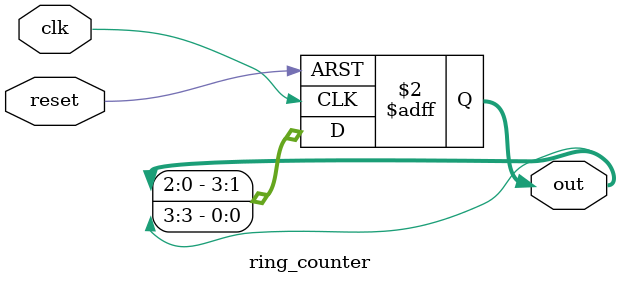
<source format=v>
module ring_counter (
    input clk, reset,
    output reg [3:0] out
);

    // On reset, set the first bit high. Otherwise, rotate the bits.
    always @(posedge clk or posedge reset) begin
        if (reset)
            out <= 4'b0001;
        else
            out <= {out[2:0], out[3]};
    end

endmodule

</source>
